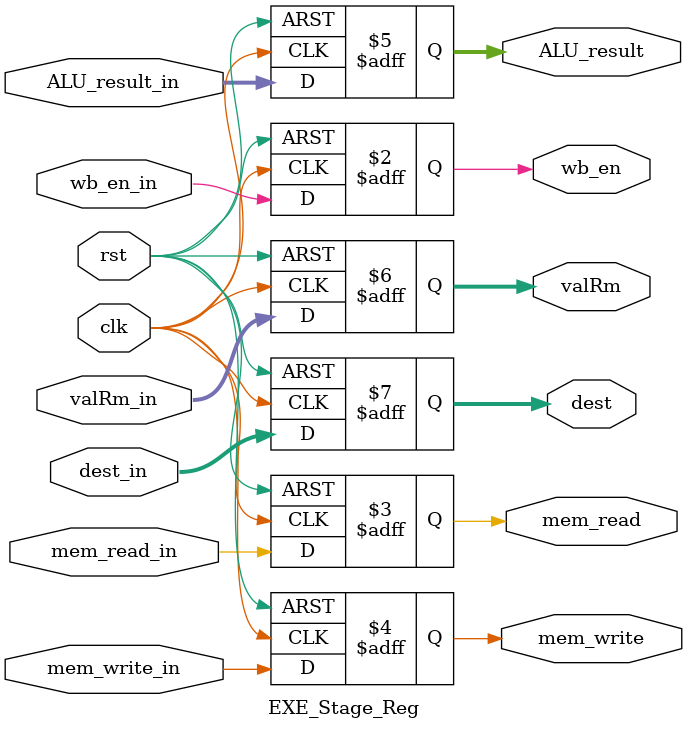
<source format=v>
module EXE_Stage_Reg(input clk, rst, wb_en_in, mem_read_in, mem_write_in, 
                    input[31:0] ALU_result_in, valRm_in,
                    input[3:0] dest_in, output reg wb_en, mem_read, mem_write, 
                    output reg[31:0] ALU_result, valRm, 
                    output reg[3:0] dest);

    always@(posedge clk, posedge rst) begin
        if(rst) begin
            wb_en <= 1'b0;
            mem_read <= 1'b0;
            mem_write <= 1'b0;
            ALU_result <= 32'bx;
            valRm <= 32'bx;
            dest <= 4'bx;
        end
        else begin
            wb_en <= wb_en_in;
            mem_read <= mem_read_in;
            mem_write <= mem_write_in;
            ALU_result <= ALU_result_in;
            valRm <= valRm_in;
            dest <= dest_in;
        end
    end
endmodule

</source>
